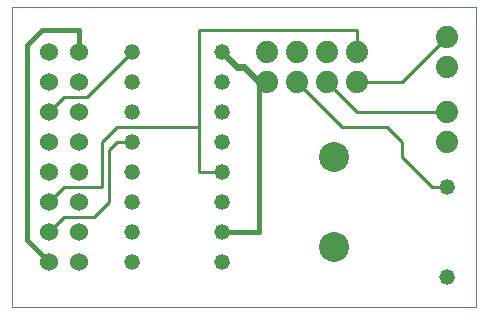
<source format=gbr>
G75*
G70*
%OFA0B0*%
%FSLAX24Y24*%
%IPPOS*%
%LPD*%
%AMOC8*
5,1,8,0,0,1.08239X$1,22.5*
%
%ADD10C,0.0000*%
%ADD11C,0.0520*%
%ADD12C,0.0600*%
%ADD13C,0.1000*%
%ADD14C,0.0740*%
%ADD15C,0.0240*%
%ADD16C,0.0160*%
%ADD17C,0.0100*%
D10*
X000181Y000105D02*
X000181Y010105D01*
X015674Y010105D01*
X015674Y000105D01*
X000181Y000105D01*
D11*
X004181Y001605D03*
X004181Y002605D03*
X004181Y003605D03*
X004181Y004605D03*
X004181Y005605D03*
X004181Y006605D03*
X004181Y007605D03*
X004181Y008605D03*
X007181Y008605D03*
X007181Y007605D03*
X007181Y006605D03*
X007181Y005605D03*
X007181Y004605D03*
X007181Y003605D03*
X007181Y002605D03*
X007181Y001605D03*
X014681Y001105D03*
X014681Y004105D03*
D12*
X002431Y004605D03*
X001431Y004605D03*
X001431Y003605D03*
X002431Y003605D03*
X002431Y002605D03*
X001431Y002605D03*
X001431Y001605D03*
X002431Y001605D03*
X002431Y005605D03*
X001431Y005605D03*
X001431Y006605D03*
X002431Y006605D03*
X002431Y007605D03*
X001431Y007605D03*
X001431Y008605D03*
X002431Y008605D03*
D13*
X010931Y005105D03*
X010931Y002105D03*
D14*
X014681Y005605D03*
X014681Y006605D03*
X014681Y008105D03*
X014681Y009105D03*
X011681Y008605D03*
X010681Y008605D03*
X009681Y008605D03*
X008681Y008605D03*
X008681Y007605D03*
X009681Y007605D03*
X010681Y007605D03*
X011681Y007605D03*
D15*
X008681Y007605D02*
X008431Y007605D01*
X007931Y008105D01*
X007681Y008105D01*
X007181Y008605D01*
D16*
X008431Y007605D02*
X008431Y002605D01*
X007181Y002605D01*
X001431Y001605D02*
X000681Y002355D01*
X000681Y008855D01*
X001181Y009355D01*
X002431Y009355D01*
X002431Y008605D01*
D17*
X002681Y007105D02*
X004181Y008605D01*
X002681Y007105D02*
X001931Y007105D01*
X001431Y006605D01*
X003181Y005605D02*
X003681Y006105D01*
X006431Y006105D01*
X006431Y009355D01*
X011681Y009355D01*
X011681Y008605D01*
X011681Y007605D02*
X013181Y007605D01*
X014681Y009105D01*
X014681Y006605D02*
X011681Y006605D01*
X010681Y007605D01*
X009681Y007605D02*
X011181Y006105D01*
X012681Y006105D01*
X013181Y005605D01*
X013181Y005105D01*
X014181Y004105D01*
X014681Y004105D01*
X007181Y004605D02*
X006431Y004605D01*
X006431Y006105D01*
X004181Y005605D02*
X003681Y005605D01*
X003431Y005355D01*
X003431Y003605D01*
X002931Y003105D01*
X001931Y003105D01*
X001431Y002605D01*
X001431Y003605D02*
X001931Y004105D01*
X003181Y004105D01*
X003181Y005605D01*
M02*

</source>
